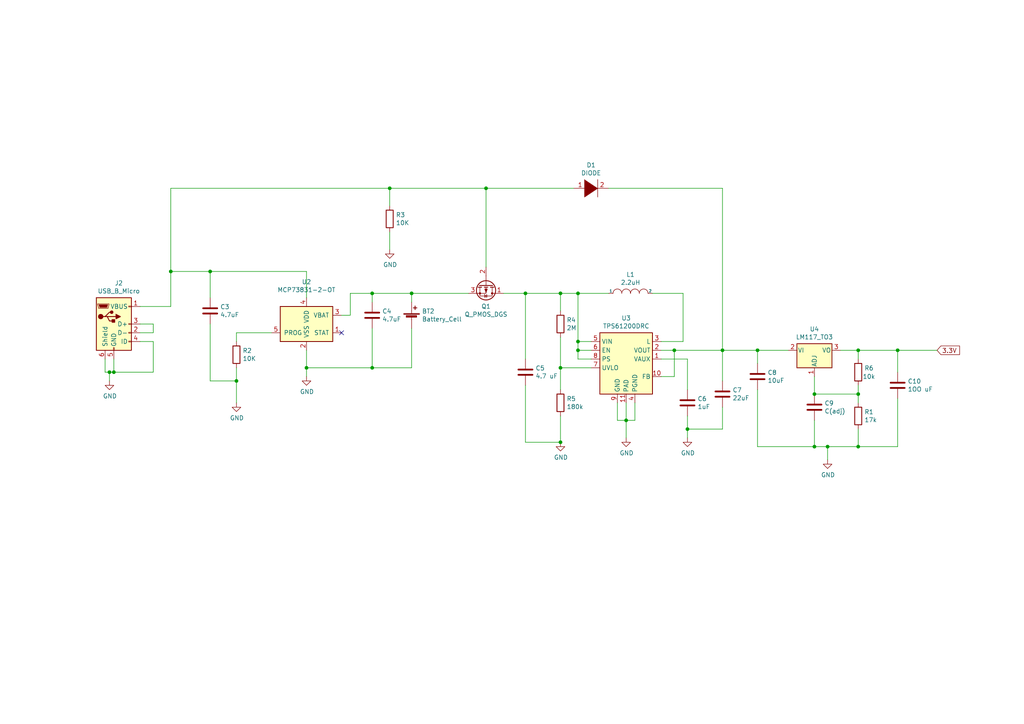
<source format=kicad_sch>
(kicad_sch (version 20230121) (generator eeschema)
  (paper "A4")
  (lib_symbols
    (symbol "Connector:USB_B_Micro" (pin_names (offset 1.016))
      (property "Reference" "J" (at -5.08 11.43 0))
      (property "Value" "USB_B_Micro" (at -5.08 8.89 0))
      (symbol "USB_B_Micro_0_1"
        (rectangle (start -5.08 -7.62) (end 5.08 7.62) (stroke (width 0.254)) (fill (type background)))
        (circle (center -3.81 2.159) (radius 0.635) (stroke (width 0.254)) (fill (type outline)))
        (circle (center -0.635 3.429) (radius 0.381) (stroke (width 0.254)) (fill (type outline)))
        (rectangle (start -0.127 -7.62) (end 0.127 -6.858))
        (polyline (pts (xy -1.905 2.159) (xy 0.635 2.159)) (stroke (width 0.254)))
        (polyline (pts (xy -3.175 2.159) (xy -2.54 2.159) (xy -1.27 3.429) (xy -0.635 3.429)) (stroke (width 0.254)))
        (polyline (pts (xy -2.54 2.159) (xy -1.905 2.159) (xy -1.27 0.889) (xy 0 0.889)) (stroke (width 0.254)))
        (polyline (pts (xy 0.635 2.794) (xy 0.635 1.524) (xy 1.905 2.159) (xy 0.635 2.794)) (stroke (width 0.254)) (fill (type outline)))
        (polyline (pts (xy -4.318 5.588) (xy -1.778 5.588) (xy -2.032 4.826) (xy -4.064 4.826) (xy -4.318 5.588)) (fill (type outline)))
        (polyline (pts (xy -4.699 5.842) (xy -4.699 5.588) (xy -4.445 4.826) (xy -4.445 4.572) (xy -1.651 4.572) (xy -1.651 4.826) (xy -1.397 5.588) (xy -1.397 5.842) (xy -4.699 5.842)))
        (rectangle (start 0.254 1.27) (end -0.508 0.508) (stroke (width 0.254)) (fill (type outline)))
        (rectangle (start 5.08 -5.207) (end 4.318 -4.953))
        (rectangle (start 5.08 -2.667) (end 4.318 -2.413))
        (rectangle (start 5.08 -0.127) (end 4.318 0.127))
        (rectangle (start 5.08 4.953) (end 4.318 5.207))
      )
      (symbol "USB_B_Micro_1_1"
        (pin power_out line (at 7.62 5.08 180) (length 2.54) (name "VBUS") (number "1"))
        (pin bidirectional line (at 7.62 -2.54 180) (length 2.54) (name "D-") (number "2"))
        (pin bidirectional line (at 7.62 0 180) (length 2.54) (name "D+") (number "3"))
        (pin passive line (at 7.62 -5.08 180) (length 2.54) (name "ID") (number "4"))
        (pin power_out line (at 0 -10.16 90) (length 2.54) (name "GND") (number "5"))
        (pin passive line (at -2.54 -10.16 90) (length 2.54) (name "Shield") (number "6"))
      )
    )
    (symbol "Device:Battery_Cell" (pin_numbers hide) (pin_names (offset 0) hide)
      (property "Reference" "BT" (at 2.54 2.54 0))
      (property "Value" "Battery_Cell" (at 2.54 0 0))
      (symbol "Battery_Cell_0_1"
        (rectangle (start -2.286 1.778) (end 2.286 1.524) (fill (type outline)))
        (rectangle (start -1.5748 1.1938) (end 1.4732 0.6858) (fill (type outline)))
        (polyline (pts (xy 0 0.762) (xy 0 0)))
        (polyline (pts (xy 0 1.778) (xy 0 2.54)))
        (polyline (pts (xy 0.508 3.429) (xy 1.524 3.429)) (stroke (width 0.254)))
        (polyline (pts (xy 1.016 3.937) (xy 1.016 2.921)) (stroke (width 0.254)))
      )
      (symbol "Battery_Cell_1_1"
        (pin passive line (at 0 5.08 270) (length 2.54) (name "+") (number "1"))
        (pin passive line (at 0 -2.54 90) (length 2.54) (name "-") (number "2"))
      )
    )
    (symbol "Device:C" (pin_numbers hide) (pin_names (offset 0.254))
      (property "Reference" "C" (at 0.635 2.54 0))
      (property "Value" "C" (at 0.635 -2.54 0))
      (symbol "C_0_1"
        (polyline (pts (xy -2.032 -0.762) (xy 2.032 -0.762)) (stroke (width 0.508)))
        (polyline (pts (xy -2.032 0.762) (xy 2.032 0.762)) (stroke (width 0.508)))
      )
      (symbol "C_1_1"
        (pin passive line (at 0 3.81 270) (length 2.794) (name "~") (number "1"))
        (pin passive line (at 0 -3.81 90) (length 2.794) (name "~") (number "2"))
      )
    )
    (symbol "Device:Q_PMOS_DGS" (pin_names (offset 0) hide)
      (property "Reference" "Q" (at 5.08 1.27 0))
      (property "Value" "Q_PMOS_DGS" (at 5.08 -1.27 0))
      (symbol "Q_PMOS_DGS_0_1"
        (polyline (pts (xy 0.254 0) (xy -2.54 0)))
        (polyline (pts (xy 0.254 1.905) (xy 0.254 -1.905)) (stroke (width 0.254)))
        (polyline (pts (xy 0.762 -1.27) (xy 0.762 -2.286)) (stroke (width 0.254)))
        (polyline (pts (xy 0.762 0.508) (xy 0.762 -0.508)) (stroke (width 0.254)))
        (polyline (pts (xy 0.762 2.286) (xy 0.762 1.27)) (stroke (width 0.254)))
        (polyline (pts (xy 2.54 2.54) (xy 2.54 1.778)))
        (polyline (pts (xy 2.54 -2.54) (xy 2.54 0) (xy 0.762 0)))
        (polyline (pts (xy 0.762 1.778) (xy 3.302 1.778) (xy 3.302 -1.778) (xy 0.762 -1.778)))
        (polyline (pts (xy 2.286 0) (xy 1.27 0.381) (xy 1.27 -0.381) (xy 2.286 0)) (fill (type outline)))
        (polyline (pts (xy 2.794 -0.508) (xy 2.921 -0.381) (xy 3.683 -0.381) (xy 3.81 -0.254)))
        (polyline (pts (xy 3.302 -0.381) (xy 2.921 0.254) (xy 3.683 0.254) (xy 3.302 -0.381)))
        (circle (center 1.651 0) (radius 2.794) (stroke (width 0.254)))
        (circle (center 2.54 -1.778) (radius 0.254) (fill (type outline)))
        (circle (center 2.54 1.778) (radius 0.254) (fill (type outline)))
      )
      (symbol "Q_PMOS_DGS_1_1"
        (pin passive line (at 2.54 5.08 270) (length 2.54) (name "D") (number "1"))
        (pin input line (at -5.08 0 0) (length 2.54) (name "G") (number "2"))
        (pin passive line (at 2.54 -5.08 90) (length 2.54) (name "S") (number "3"))
      )
    )
    (symbol "Device:R" (pin_numbers hide) (pin_names (offset 0))
      (property "Reference" "R" (at 2.032 0 90))
      (property "Value" "R" (at 0 0 90))
      (symbol "R_0_1"
        (rectangle (start -1.016 -2.54) (end 1.016 2.54) (stroke (width 0.254)))
      )
      (symbol "R_1_1"
        (pin passive line (at 0 3.81 270) (length 1.27) (name "~") (number "1"))
        (pin passive line (at 0 -3.81 90) (length 1.27) (name "~") (number "2"))
      )
    )
    (symbol "Regulator_Linear:LM117_TO3" (pin_names (offset 0.254))
      (property "Reference" "U" (at -3.81 3.175 0))
      (property "Value" "LM117_TO3" (at 0 3.175 0))
      (symbol "LM117_TO3_0_1"
        (rectangle (start -5.08 1.905) (end 5.08 -5.08) (stroke (width 0.254)) (fill (type background)))
      )
      (symbol "LM117_TO3_1_1"
        (pin input line (at 0 -7.62 90) (length 2.54) (name "ADJ") (number "1"))
        (pin power_in line (at -7.62 0 0) (length 2.54) (name "VI") (number "2"))
        (pin power_out line (at 7.62 0 180) (length 2.54) (name "VO") (number "3"))
      )
    )
    (symbol "Regulator_Switching:TPS61200DRC"
      (property "Reference" "U" (at -10.16 8.89 0))
      (property "Value" "TPS61200DRC" (at -2.54 8.89 0))
      (symbol "TPS61200DRC_0_1"
        (rectangle (start -7.62 7.62) (end 7.62 -10.16) (stroke (width 0.254)) (fill (type background)))
      )
      (symbol "TPS61200DRC_1_1"
        (pin bidirectional line (at 10.16 0 180) (length 2.54) (name "VAUX") (number "1"))
        (pin input line (at 10.16 -5.08 180) (length 2.54) (name "FB") (number "10"))
        (pin power_in line (at 0 -12.7 90) (length 2.54) (name "PAD") (number "11"))
        (pin power_out line (at 10.16 2.54 180) (length 2.54) (name "VOUT") (number "2"))
        (pin input line (at 10.16 5.08 180) (length 2.54) (name "L") (number "3"))
        (pin power_in line (at 2.54 -12.7 90) (length 2.54) (name "PGND") (number "4"))
        (pin power_in line (at -10.16 5.08 0) (length 2.54) (name "VIN") (number "5"))
        (pin input line (at -10.16 2.54 0) (length 2.54) (name "EN") (number "6"))
        (pin input line (at -10.16 -2.54 0) (length 2.54) (name "UVLO") (number "7"))
        (pin input line (at -10.16 0 0) (length 2.54) (name "PS") (number "8"))
        (pin power_in line (at -2.54 -12.7 90) (length 2.54) (name "GND") (number "9"))
      )
    )
    (symbol "power supplly-rescue:DIODE-pspice" (pin_names (offset 1.016) hide)
      (property "Reference" "D" (at 0 3.81 0))
      (property "Value" "pspice_DIODE" (at 0 -4.445 0))
      (symbol "DIODE-pspice_0_1"
        (polyline (pts (xy 1.905 2.54) (xy 1.905 -2.54)))
        (polyline (pts (xy -1.905 2.54) (xy -1.905 -2.54) (xy 1.905 0)) (fill (type outline)))
      )
      (symbol "DIODE-pspice_1_1"
        (pin input line (at -5.08 0 0) (length 3.81) (name "K") (number "1"))
        (pin input line (at 5.08 0 180) (length 3.81) (name "A") (number "2"))
      )
    )
    (symbol "power supplly-rescue:INDUCTOR-pspice" (pin_numbers hide) (pin_names (offset 0))
      (property "Reference" "L" (at 0 2.54 0))
      (property "Value" "pspice_INDUCTOR" (at 0 -1.27 0))
      (symbol "INDUCTOR-pspice_0_1"
        (arc (start -2.54 0) (mid -3.81 1.2645) (end -5.08 0))
        (arc (start 0 0) (mid -1.27 1.2645) (end -2.54 0))
        (arc (start 2.54 0) (mid 1.27 1.2645) (end 0 0))
        (arc (start 5.08 0) (mid 3.81 1.2645) (end 2.54 0))
      )
      (symbol "INDUCTOR-pspice_1_1"
        (pin input line (at -6.35 0 0) (length 1.27) (name "1") (number "1"))
        (pin input line (at 6.35 0 180) (length 1.27) (name "2") (number "2"))
      )
    )
    (symbol "power supplly-rescue:MCP73831-2-OT-Battery_Management" (pin_names (offset 1.016))
      (property "Reference" "U" (at -7.62 6.35 0))
      (property "Value" "Battery_Management_MCP73831-2-OT" (at 1.27 6.35 0))
      (symbol "MCP73831-2-OT-Battery_Management_0_1"
        (rectangle (start -7.62 5.08) (end 7.62 -5.08) (stroke (width 0.254)) (fill (type background)))
      )
      (symbol "MCP73831-2-OT-Battery_Management_1_1"
        (pin output line (at 10.16 -2.54 180) (length 2.54) (name "STAT") (number "1"))
        (pin power_in line (at 0 -7.62 90) (length 2.54) (name "VSS") (number "2"))
        (pin power_out line (at 10.16 2.54 180) (length 2.54) (name "VBAT") (number "3"))
        (pin power_in line (at 0 7.62 270) (length 2.54) (name "VDD") (number "4"))
        (pin input line (at -10.16 -2.54 0) (length 2.54) (name "PROG") (number "5"))
      )
    )
    (symbol "power:GND" (power) (pin_names (offset 0))
      (property "Value" "GND" (at 0 -3.81 0))
      (symbol "GND_0_1"
        (polyline (pts (xy 0 0) (xy 0 -1.27) (xy 1.27 -1.27) (xy 0 -2.54) (xy -1.27 -1.27) (xy 0 -1.27)))
      )
      (symbol "GND_1_1"
        (pin power_in line (at 0 0 270) (length 0) hide (name "GND") (number "1"))
      )
    )
  )
  (junction (at 113.03 54.61))
  (junction (at 167.64 99.06))
  (junction (at 195.58 101.6))
  (junction (at 219.71 101.6))
  (junction (at 31.75 107.95))
  (junction (at 209.55 101.6))
  (junction (at 49.53 78.74))
  (junction (at 248.92 129.54))
  (junction (at 248.92 101.6))
  (junction (at 119.38 85.09))
  (junction (at 33.02 107.95))
  (junction (at 236.22 129.54))
  (junction (at 248.92 114.3))
  (junction (at 68.58 110.49))
  (junction (at 107.95 85.09))
  (junction (at 107.95 106.68))
  (junction (at 162.56 106.68))
  (junction (at 260.35 101.6))
  (junction (at 60.96 78.74))
  (junction (at 199.39 124.46))
  (junction (at 162.56 85.09))
  (junction (at 167.64 101.6))
  (junction (at 162.56 128.27))
  (junction (at 181.61 121.92))
  (junction (at 236.22 114.3))
  (junction (at 88.9 106.68))
  (junction (at 140.97 54.61))
  (junction (at 167.64 85.09))
  (junction (at 152.4 85.09))
  (junction (at 240.03 129.54))
  (no_connect (at 99.06 96.52))
  (wire (pts (xy 179.07 121.92) (xy 181.61 121.92)))
  (wire (pts (xy 219.71 129.54) (xy 236.22 129.54)))
  (wire (pts (xy 60.96 110.49) (xy 60.96 93.98)))
  (wire (pts (xy 198.12 85.09) (xy 198.12 99.06)))
  (wire (pts (xy 171.45 99.06) (xy 167.64 99.06)))
  (wire (pts (xy 248.92 129.54) (xy 260.35 129.54)))
  (wire (pts (xy 49.53 54.61) (xy 113.03 54.61)))
  (wire (pts (xy 248.92 101.6) (xy 243.84 101.6)))
  (wire (pts (xy 228.6 101.6) (xy 219.71 101.6)))
  (wire (pts (xy 162.56 113.03) (xy 162.56 106.68)))
  (wire (pts (xy 99.06 91.44) (xy 101.6 91.44)))
  (wire (pts (xy 60.96 78.74) (xy 49.53 78.74)))
  (wire (pts (xy 107.95 95.25) (xy 107.95 106.68)))
  (wire (pts (xy 219.71 105.41) (xy 219.71 101.6)))
  (wire (pts (xy 146.05 85.09) (xy 152.4 85.09)))
  (wire (pts (xy 33.02 107.95) (xy 33.02 104.14)))
  (wire (pts (xy 30.48 107.95) (xy 30.48 104.14)))
  (wire (pts (xy 113.03 54.61) (xy 140.97 54.61)))
  (wire (pts (xy 44.45 93.98) (xy 44.45 96.52)))
  (wire (pts (xy 171.45 106.68) (xy 162.56 106.68)))
  (wire (pts (xy 88.9 101.6) (xy 88.9 106.68)))
  (wire (pts (xy 191.77 101.6) (xy 195.58 101.6)))
  (wire (pts (xy 176.53 54.61) (xy 209.55 54.61)))
  (wire (pts (xy 209.55 110.49) (xy 209.55 101.6)))
  (wire (pts (xy 40.64 88.9) (xy 49.53 88.9)))
  (wire (pts (xy 236.22 114.3) (xy 236.22 109.22)))
  (wire (pts (xy 167.64 104.14) (xy 167.64 101.6)))
  (wire (pts (xy 167.64 101.6) (xy 167.64 99.06)))
  (wire (pts (xy 209.55 118.11) (xy 209.55 124.46)))
  (wire (pts (xy 88.9 78.74) (xy 88.9 86.36)))
  (wire (pts (xy 68.58 106.68) (xy 68.58 110.49)))
  (wire (pts (xy 236.22 121.92) (xy 236.22 129.54)))
  (wire (pts (xy 260.35 101.6) (xy 271.78 101.6)))
  (wire (pts (xy 140.97 54.61) (xy 166.37 54.61)))
  (wire (pts (xy 191.77 104.14) (xy 199.39 104.14)))
  (wire (pts (xy 167.64 85.09) (xy 162.56 85.09)))
  (wire (pts (xy 181.61 121.92) (xy 184.15 121.92)))
  (wire (pts (xy 113.03 54.61) (xy 113.03 59.69)))
  (wire (pts (xy 189.23 85.09) (xy 198.12 85.09)))
  (wire (pts (xy 179.07 116.84) (xy 179.07 121.92)))
  (wire (pts (xy 60.96 86.36) (xy 60.96 78.74)))
  (wire (pts (xy 248.92 114.3) (xy 248.92 111.76)))
  (wire (pts (xy 248.92 114.3) (xy 236.22 114.3)))
  (wire (pts (xy 88.9 106.68) (xy 107.95 106.68)))
  (wire (pts (xy 260.35 101.6) (xy 248.92 101.6)))
  (wire (pts (xy 68.58 110.49) (xy 60.96 110.49)))
  (wire (pts (xy 260.35 129.54) (xy 260.35 115.57)))
  (wire (pts (xy 135.89 85.09) (xy 119.38 85.09)))
  (wire (pts (xy 152.4 111.76) (xy 152.4 128.27)))
  (wire (pts (xy 240.03 129.54) (xy 248.92 129.54)))
  (wire (pts (xy 184.15 121.92) (xy 184.15 116.84)))
  (wire (pts (xy 119.38 95.25) (xy 119.38 106.68)))
  (wire (pts (xy 198.12 99.06) (xy 191.77 99.06)))
  (wire (pts (xy 167.64 99.06) (xy 167.64 85.09)))
  (wire (pts (xy 44.45 99.06) (xy 44.45 107.95)))
  (wire (pts (xy 248.92 129.54) (xy 248.92 124.46)))
  (wire (pts (xy 167.64 101.6) (xy 171.45 101.6)))
  (wire (pts (xy 88.9 78.74) (xy 60.96 78.74)))
  (wire (pts (xy 209.55 124.46) (xy 199.39 124.46)))
  (wire (pts (xy 162.56 128.27) (xy 162.56 120.65)))
  (wire (pts (xy 209.55 101.6) (xy 219.71 101.6)))
  (wire (pts (xy 181.61 127) (xy 181.61 121.92)))
  (wire (pts (xy 107.95 85.09) (xy 107.95 87.63)))
  (wire (pts (xy 199.39 113.03) (xy 199.39 104.14)))
  (wire (pts (xy 68.58 96.52) (xy 68.58 99.06)))
  (wire (pts (xy 240.03 133.35) (xy 240.03 129.54)))
  (wire (pts (xy 88.9 106.68) (xy 88.9 109.22)))
  (wire (pts (xy 44.45 96.52) (xy 40.64 96.52)))
  (wire (pts (xy 162.56 90.17) (xy 162.56 85.09)))
  (wire (pts (xy 101.6 85.09) (xy 107.95 85.09)))
  (wire (pts (xy 248.92 104.14) (xy 248.92 101.6)))
  (wire (pts (xy 40.64 93.98) (xy 44.45 93.98)))
  (wire (pts (xy 68.58 110.49) (xy 68.58 116.84)))
  (wire (pts (xy 195.58 109.22) (xy 191.77 109.22)))
  (wire (pts (xy 113.03 72.39) (xy 113.03 67.31)))
  (wire (pts (xy 181.61 121.92) (xy 181.61 116.84)))
  (wire (pts (xy 195.58 101.6) (xy 195.58 109.22)))
  (wire (pts (xy 199.39 124.46) (xy 199.39 127)))
  (wire (pts (xy 152.4 85.09) (xy 152.4 104.14)))
  (wire (pts (xy 260.35 107.95) (xy 260.35 101.6)))
  (wire (pts (xy 140.97 54.61) (xy 140.97 77.47)))
  (wire (pts (xy 107.95 85.09) (xy 119.38 85.09)))
  (wire (pts (xy 44.45 107.95) (xy 33.02 107.95)))
  (wire (pts (xy 171.45 104.14) (xy 167.64 104.14)))
  (wire (pts (xy 199.39 120.65) (xy 199.39 124.46)))
  (wire (pts (xy 209.55 54.61) (xy 209.55 101.6)))
  (wire (pts (xy 119.38 85.09) (xy 119.38 87.63)))
  (wire (pts (xy 40.64 99.06) (xy 44.45 99.06)))
  (wire (pts (xy 152.4 85.09) (xy 162.56 85.09)))
  (wire (pts (xy 152.4 128.27) (xy 162.56 128.27)))
  (wire (pts (xy 31.75 107.95) (xy 30.48 107.95)))
  (wire (pts (xy 162.56 106.68) (xy 162.56 97.79)))
  (wire (pts (xy 49.53 78.74) (xy 49.53 88.9)))
  (wire (pts (xy 49.53 78.74) (xy 49.53 54.61)))
  (wire (pts (xy 248.92 116.84) (xy 248.92 114.3)))
  (wire (pts (xy 195.58 101.6) (xy 209.55 101.6)))
  (wire (pts (xy 101.6 91.44) (xy 101.6 85.09)))
  (wire (pts (xy 176.53 85.09) (xy 167.64 85.09)))
  (wire (pts (xy 31.75 107.95) (xy 33.02 107.95)))
  (wire (pts (xy 31.75 110.49) (xy 31.75 107.95)))
  (wire (pts (xy 78.74 96.52) (xy 68.58 96.52)))
  (wire (pts (xy 219.71 113.03) (xy 219.71 129.54)))
  (wire (pts (xy 236.22 129.54) (xy 240.03 129.54)))
  (wire (pts (xy 107.95 106.68) (xy 119.38 106.68)))
  (global_label "3.3V" (shape input) (at 271.78 101.6 0) (property "Intersheetrefs" "${INTERSHEET_REFS}" (effects hide)))
  (symbol (lib_id "power supplly-rescue:DIODE-pspice") (at 171.45 54.61 0) (unit 1)
    (property "Reference" "D1" (at 171.45 47.879 0))
    (property "Value" "DIODE" (at 171.45 50.1904 0))
  )
  (symbol (lib_id "Device:R") (at 248.92 120.65 0) (unit 1)
    (property "Reference" "R1" (at 250.698 119.4816 0) (effects (justify left)))
    (property "Value" "17k" (at 250.698 121.793 0) (effects (justify left)))
  )
  (symbol (lib_id "power:GND") (at 68.58 116.84 0) (unit 1)
    (property "Reference" "#PWR0104" (effects hide))
    (property "Value" "GND" (at 68.707 121.2342 0))
  )
  (symbol (lib_id "power:GND") (at 31.75 110.49 0) (unit 1)
    (property "Reference" "#PWR0105" (effects hide))
    (property "Value" "GND" (at 31.877 114.8842 0))
  )
  (symbol (lib_id "Device:Battery_Cell") (at 119.38 92.71 0) (unit 1)
    (property "Reference" "BT2" (at 122.3772 90.2716 0) (effects (justify left)))
    (property "Value" "Battery_Cell" (at 122.3772 92.583 0) (effects (justify left)))
  )
  (symbol (lib_id "Device:C") (at 107.95 91.44 0) (unit 1)
    (property "Reference" "C4" (at 110.871 90.2716 0) (effects (justify left)))
    (property "Value" "4.7uF" (at 110.871 92.583 0) (effects (justify left)))
  )
  (symbol (lib_id "Device:C") (at 60.96 90.17 0) (unit 1)
    (property "Reference" "C3" (at 63.881 89.0016 0) (effects (justify left)))
    (property "Value" "4.7uF" (at 63.881 91.313 0) (effects (justify left)))
  )
  (symbol (lib_id "power:GND") (at 88.9 109.22 0) (unit 1)
    (property "Reference" "#PWR0106" (effects hide))
    (property "Value" "GND" (at 89.027 113.6142 0))
  )
  (symbol (lib_id "Device:R") (at 68.58 102.87 0) (unit 1)
    (property "Reference" "R2" (at 70.358 101.7016 0) (effects (justify left)))
    (property "Value" "10K" (at 70.358 104.013 0) (effects (justify left)))
  )
  (symbol (lib_id "Connector:USB_B_Micro") (at 33.02 93.98 0) (unit 1)
    (property "Reference" "J2" (at 34.4678 82.1182 0))
    (property "Value" "USB_B_Micro" (at 34.4678 84.4296 0))
  )
  (symbol (lib_id "Device:Q_PMOS_DGS") (at 140.97 82.55 270) (unit 1)
    (property "Reference" "Q1" (at 140.97 88.8746 90))
    (property "Value" "Q_PMOS_DGS" (at 140.97 91.186 90))
  )
  (symbol (lib_id "Device:R") (at 113.03 63.5 0) (unit 1)
    (property "Reference" "R3" (at 114.808 62.3316 0) (effects (justify left)))
    (property "Value" "10K" (at 114.808 64.643 0) (effects (justify left)))
  )
  (symbol (lib_id "power:GND") (at 199.39 127 0) (unit 1)
    (property "Reference" "#PWR0107" (effects hide))
    (property "Value" "GND" (at 199.517 131.3942 0))
  )
  (symbol (lib_id "power:GND") (at 162.56 128.27 0) (unit 1)
    (property "Reference" "#PWR0108" (effects hide))
    (property "Value" "GND" (at 162.687 132.6642 0))
  )
  (symbol (lib_id "power:GND") (at 181.61 127 0) (unit 1)
    (property "Reference" "#PWR0109" (effects hide))
    (property "Value" "GND" (at 181.737 131.3942 0))
  )
  (symbol (lib_id "power supplly-rescue:INDUCTOR-pspice") (at 182.88 85.09 0) (unit 1)
    (property "Reference" "L1" (at 182.88 79.629 0))
    (property "Value" "2.2uH" (at 182.88 81.9404 0))
  )
  (symbol (lib_id "Device:C") (at 209.55 114.3 0) (unit 1)
    (property "Reference" "C7" (at 212.471 113.1316 0) (effects (justify left)))
    (property "Value" "22uF" (at 212.471 115.443 0) (effects (justify left)))
  )
  (symbol (lib_id "Device:C") (at 199.39 116.84 0) (unit 1)
    (property "Reference" "C6" (at 202.311 115.6716 0) (effects (justify left)))
    (property "Value" "1uF" (at 202.311 117.983 0) (effects (justify left)))
  )
  (symbol (lib_id "Regulator_Switching:TPS61200DRC") (at 181.61 104.14 0) (unit 1)
    (property "Reference" "U3" (at 181.61 92.2782 0))
    (property "Value" "TPS61200DRC" (at 181.61 94.5896 0))
    (property "Footprint" "Package_SON:Texas_S-PVSON-N10_ThermalVias" (effects hide))
    (property "Datasheet" "http://www.ti.com/lit/ds/symlink/tps61200.pdf" (effects hide))
  )
  (symbol (lib_id "Device:R") (at 162.56 116.84 0) (unit 1)
    (property "Reference" "R5" (at 164.338 115.6716 0) (effects (justify left)))
    (property "Value" "180k" (at 164.338 117.983 0) (effects (justify left)))
  )
  (symbol (lib_id "Device:R") (at 162.56 93.98 0) (unit 1)
    (property "Reference" "R4" (at 164.338 92.8116 0) (effects (justify left)))
    (property "Value" "2M" (at 164.338 95.123 0) (effects (justify left)))
  )
  (symbol (lib_id "Device:C") (at 152.4 107.95 0) (unit 1)
    (property "Reference" "C5" (at 155.321 106.7816 0) (effects (justify left)))
    (property "Value" "4.7 uF" (at 155.321 109.093 0) (effects (justify left)))
  )
  (symbol (lib_id "power:GND") (at 113.03 72.39 0) (unit 1)
    (property "Reference" "#PWR0110" (effects hide))
    (property "Value" "GND" (at 113.157 76.7842 0))
  )
  (symbol (lib_id "power supplly-rescue:MCP73831-2-OT-Battery_Management") (at 88.9 93.98 0) (unit 1)
    (property "Reference" "U2" (at 88.9 81.7626 0))
    (property "Value" "MCP73831-2-OT" (at 88.9 84.074 0))
    (property "Footprint" "Package_TO_SOT_SMD:SOT-23-5" (effects hide))
    (property "Datasheet" "http://ww1.microchip.com/downloads/en/DeviceDoc/20001984g.pdf" (effects hide))
  )
  (symbol (lib_id "Device:C") (at 260.35 111.76 0) (unit 1)
    (property "Reference" "C10" (at 263.271 110.5916 0) (effects (justify left)))
    (property "Value" "1OO uF" (at 263.271 112.903 0) (effects (justify left)))
  )
  (symbol (lib_id "Device:C") (at 236.22 118.11 0) (unit 1)
    (property "Reference" "C9" (at 239.141 116.9416 0) (effects (justify left)))
    (property "Value" "C(adj)" (at 239.141 119.253 0) (effects (justify left)))
  )
  (symbol (lib_id "Regulator_Linear:LM117_TO3") (at 236.22 101.6 0) (unit 1)
    (property "Reference" "U4" (at 236.22 95.4532 0))
    (property "Value" "LM117_TO3" (at 236.22 97.7646 0))
    (property "Footprint" "Package_TO_SOT_THT:TO-3" (effects hide))
    (property "Datasheet" "http://www.ti.com/lit/ds/symlink/lm317.pdf" (effects hide))
  )
  (symbol (lib_id "power:GND") (at 240.03 133.35 0) (unit 1)
    (property "Reference" "#PWR0111" (effects hide))
    (property "Value" "GND" (at 240.157 137.7442 0))
  )
  (symbol (lib_id "Device:C") (at 219.71 109.22 0) (unit 1)
    (property "Reference" "C8" (at 222.631 108.0516 0) (effects (justify left)))
    (property "Value" "10uF" (at 222.631 110.363 0) (effects (justify left)))
  )
  (symbol (lib_id "Device:R") (at 248.92 107.95 0) (unit 1)
    (property "Reference" "R6" (at 250.698 106.7816 0) (effects (justify left)))
    (property "Value" "10k" (at 250.19 109.22 0) (effects (justify left)))
  )
)
</source>
